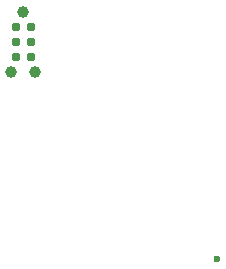
<source format=gbr>
%TF.GenerationSoftware,KiCad,Pcbnew,7.0.6-0*%
%TF.CreationDate,2023-08-07T16:34:56-06:00*%
%TF.ProjectId,VibeLight,56696265-4c69-4676-9874-2e6b69636164,rev?*%
%TF.SameCoordinates,Original*%
%TF.FileFunction,Soldermask,Bot*%
%TF.FilePolarity,Negative*%
%FSLAX46Y46*%
G04 Gerber Fmt 4.6, Leading zero omitted, Abs format (unit mm)*
G04 Created by KiCad (PCBNEW 7.0.6-0) date 2023-08-07 16:34:56*
%MOMM*%
%LPD*%
G01*
G04 APERTURE LIST*
%ADD10C,0.600000*%
%ADD11C,0.990600*%
%ADD12C,0.787400*%
G04 APERTURE END LIST*
D10*
%TO.C,MIC1*%
X43971819Y-49903182D03*
%TD*%
D11*
%TO.C,J1*%
X27550000Y-28985000D03*
X28566000Y-34065000D03*
X26534000Y-34065000D03*
D12*
X28185000Y-30255000D03*
X26915000Y-30255000D03*
X28185000Y-31525000D03*
X26915000Y-31525000D03*
X28185000Y-32795000D03*
X26915000Y-32795000D03*
%TD*%
M02*

</source>
